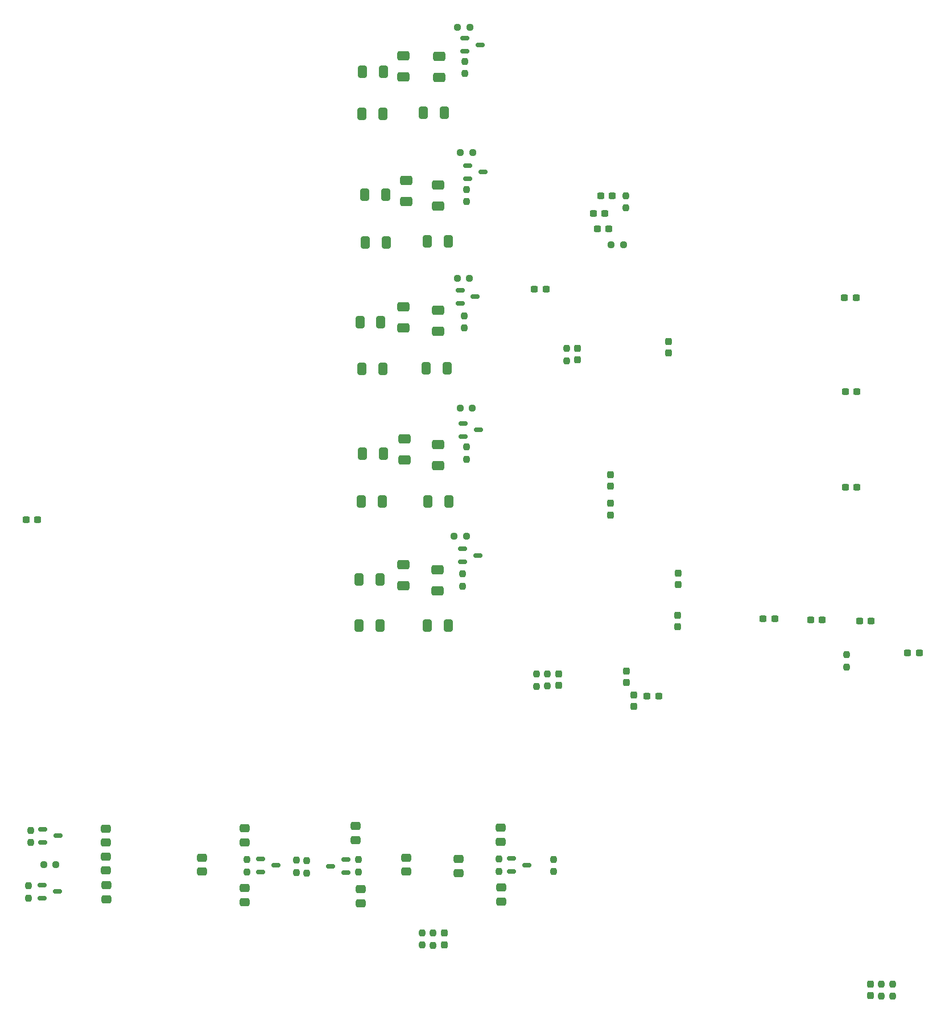
<source format=gbp>
G04 #@! TF.GenerationSoftware,KiCad,Pcbnew,7.0.10*
G04 #@! TF.CreationDate,2025-01-18T09:55:55-08:00*
G04 #@! TF.ProjectId,fieldRadio_1.1,6669656c-6452-4616-9469-6f5f312e312e,rev?*
G04 #@! TF.SameCoordinates,Original*
G04 #@! TF.FileFunction,Paste,Bot*
G04 #@! TF.FilePolarity,Positive*
%FSLAX46Y46*%
G04 Gerber Fmt 4.6, Leading zero omitted, Abs format (unit mm)*
G04 Created by KiCad (PCBNEW 7.0.10) date 2025-01-18 09:55:55*
%MOMM*%
%LPD*%
G01*
G04 APERTURE LIST*
G04 Aperture macros list*
%AMRoundRect*
0 Rectangle with rounded corners*
0 $1 Rounding radius*
0 $2 $3 $4 $5 $6 $7 $8 $9 X,Y pos of 4 corners*
0 Add a 4 corners polygon primitive as box body*
4,1,4,$2,$3,$4,$5,$6,$7,$8,$9,$2,$3,0*
0 Add four circle primitives for the rounded corners*
1,1,$1+$1,$2,$3*
1,1,$1+$1,$4,$5*
1,1,$1+$1,$6,$7*
1,1,$1+$1,$8,$9*
0 Add four rect primitives between the rounded corners*
20,1,$1+$1,$2,$3,$4,$5,0*
20,1,$1+$1,$4,$5,$6,$7,0*
20,1,$1+$1,$6,$7,$8,$9,0*
20,1,$1+$1,$8,$9,$2,$3,0*%
G04 Aperture macros list end*
%ADD10RoundRect,0.250000X0.650000X-0.412500X0.650000X0.412500X-0.650000X0.412500X-0.650000X-0.412500X0*%
%ADD11RoundRect,0.237500X0.237500X-0.250000X0.237500X0.250000X-0.237500X0.250000X-0.237500X-0.250000X0*%
%ADD12RoundRect,0.250000X-0.412500X-0.650000X0.412500X-0.650000X0.412500X0.650000X-0.412500X0.650000X0*%
%ADD13RoundRect,0.237500X-0.300000X-0.237500X0.300000X-0.237500X0.300000X0.237500X-0.300000X0.237500X0*%
%ADD14RoundRect,0.250000X0.475000X-0.337500X0.475000X0.337500X-0.475000X0.337500X-0.475000X-0.337500X0*%
%ADD15RoundRect,0.237500X0.300000X0.237500X-0.300000X0.237500X-0.300000X-0.237500X0.300000X-0.237500X0*%
%ADD16RoundRect,0.237500X0.250000X0.237500X-0.250000X0.237500X-0.250000X-0.237500X0.250000X-0.237500X0*%
%ADD17RoundRect,0.237500X-0.237500X0.250000X-0.237500X-0.250000X0.237500X-0.250000X0.237500X0.250000X0*%
%ADD18RoundRect,0.237500X0.237500X-0.300000X0.237500X0.300000X-0.237500X0.300000X-0.237500X-0.300000X0*%
%ADD19RoundRect,0.150000X-0.512500X-0.150000X0.512500X-0.150000X0.512500X0.150000X-0.512500X0.150000X0*%
%ADD20RoundRect,0.237500X-0.237500X0.300000X-0.237500X-0.300000X0.237500X-0.300000X0.237500X0.300000X0*%
%ADD21RoundRect,0.150000X0.512500X0.150000X-0.512500X0.150000X-0.512500X-0.150000X0.512500X-0.150000X0*%
G04 APERTURE END LIST*
D10*
X143000000Y-157182500D03*
X143000000Y-154057500D03*
D11*
X152400000Y-138372500D03*
X152400000Y-136547500D03*
D12*
X146597500Y-163100000D03*
X149722500Y-163100000D03*
D13*
X218057500Y-167137442D03*
X219782500Y-167137442D03*
D14*
X157550000Y-204145135D03*
X157550000Y-202070135D03*
D15*
X174132500Y-99180000D03*
X172407500Y-99180000D03*
D13*
X208822500Y-128320000D03*
X210547500Y-128320000D03*
D16*
X153332500Y-92710000D03*
X151507500Y-92710000D03*
D11*
X214125000Y-218227500D03*
X214125000Y-216402500D03*
D17*
X176120000Y-99167500D03*
X176120000Y-100992500D03*
D14*
X119425000Y-195345135D03*
X119425000Y-193270135D03*
D12*
X137247500Y-99000000D03*
X140372500Y-99000000D03*
D18*
X173870000Y-142372500D03*
X173870000Y-140647500D03*
D11*
X165350000Y-199695135D03*
X165350000Y-197870135D03*
X147415000Y-210647500D03*
X147415000Y-208822500D03*
X208970000Y-169265000D03*
X208970000Y-167440000D03*
D18*
X176190000Y-171592500D03*
X176190000Y-169867500D03*
D19*
X151952500Y-134950000D03*
X151952500Y-133050000D03*
X154227500Y-134000000D03*
D12*
X136407500Y-163110000D03*
X139532500Y-163110000D03*
D11*
X152420000Y-100062500D03*
X152420000Y-98237500D03*
X152140000Y-81002500D03*
X152140000Y-79177500D03*
D16*
X152932500Y-74125000D03*
X151107500Y-74125000D03*
D18*
X183890000Y-157022500D03*
X183890000Y-155297500D03*
D11*
X164445000Y-172092500D03*
X164445000Y-170267500D03*
D12*
X136917500Y-80750000D03*
X140042500Y-80750000D03*
D10*
X148070000Y-157932500D03*
X148070000Y-154807500D03*
D15*
X181002500Y-173610000D03*
X179277500Y-173610000D03*
D14*
X98775000Y-195395135D03*
X98775000Y-193320135D03*
D18*
X182480000Y-122542500D03*
X182480000Y-120817500D03*
X183850000Y-163292500D03*
X183850000Y-161567500D03*
X166145000Y-172017500D03*
X166145000Y-170292500D03*
D12*
X136557500Y-117940000D03*
X139682500Y-117940000D03*
D14*
X143425000Y-199695135D03*
X143425000Y-197620135D03*
D12*
X136747500Y-144620000D03*
X139872500Y-144620000D03*
D11*
X215800000Y-218252500D03*
X215800000Y-216427500D03*
D16*
X91337500Y-198632635D03*
X89512500Y-198632635D03*
D10*
X148370000Y-81542500D03*
X148370000Y-78417500D03*
D14*
X136700000Y-204395135D03*
X136700000Y-202320135D03*
D15*
X173632500Y-104130000D03*
X171907500Y-104130000D03*
D12*
X146027500Y-86840000D03*
X149152500Y-86840000D03*
D19*
X89362500Y-195332635D03*
X89362500Y-193432635D03*
X91637500Y-194382635D03*
D13*
X210932500Y-162402500D03*
X212657500Y-162402500D03*
D16*
X152402500Y-149775000D03*
X150577500Y-149775000D03*
D12*
X136967500Y-137510000D03*
X140092500Y-137510000D03*
D14*
X157475000Y-195245135D03*
X157475000Y-193170135D03*
D18*
X168930000Y-123592500D03*
X168930000Y-121867500D03*
D13*
X86887500Y-147385000D03*
X88612500Y-147385000D03*
D14*
X113075000Y-199695135D03*
X113075000Y-197620135D03*
D10*
X143230000Y-138432500D03*
X143230000Y-135307500D03*
D16*
X175757500Y-106430000D03*
X173932500Y-106430000D03*
D13*
X196557500Y-162127500D03*
X198282500Y-162127500D03*
D12*
X136827500Y-86960000D03*
X139952500Y-86960000D03*
D19*
X152192500Y-77650000D03*
X152192500Y-75750000D03*
X154467500Y-76700000D03*
D20*
X212510000Y-216447500D03*
X212510000Y-218172500D03*
D12*
X146387500Y-124820000D03*
X149512500Y-124820000D03*
D14*
X151200000Y-199895135D03*
X151200000Y-197820135D03*
D17*
X87575000Y-193570135D03*
X87575000Y-195395135D03*
X162820000Y-170317500D03*
X162820000Y-172142500D03*
D10*
X148170000Y-100687500D03*
X148170000Y-97562500D03*
D15*
X164242500Y-113030000D03*
X162517500Y-113030000D03*
D12*
X136857500Y-124930000D03*
X139982500Y-124930000D03*
D19*
X89262500Y-203632635D03*
X89262500Y-201732635D03*
X91537500Y-202682635D03*
D12*
X146607500Y-105990000D03*
X149732500Y-105990000D03*
D17*
X157250000Y-197820135D03*
X157250000Y-199645135D03*
X87225000Y-201820135D03*
X87225000Y-203645135D03*
D11*
X136350000Y-199745135D03*
X136350000Y-197920135D03*
D19*
X159137500Y-199657635D03*
X159137500Y-197757635D03*
X161412500Y-198707635D03*
D10*
X143060000Y-81512500D03*
X143060000Y-78387500D03*
D11*
X151800000Y-157252500D03*
X151800000Y-155427500D03*
D17*
X119775000Y-197920135D03*
X119775000Y-199745135D03*
D21*
X134437500Y-197932635D03*
X134437500Y-199832635D03*
X132162500Y-198882635D03*
D14*
X98775000Y-199545135D03*
X98775000Y-197470135D03*
D13*
X208822500Y-142520000D03*
X210547500Y-142520000D03*
D14*
X98825000Y-203795135D03*
X98825000Y-201720135D03*
D17*
X145790000Y-208797500D03*
X145790000Y-210622500D03*
D19*
X151832500Y-153610000D03*
X151832500Y-151710000D03*
X154107500Y-152660000D03*
D10*
X148200000Y-119302500D03*
X148200000Y-116177500D03*
D14*
X135925000Y-194995135D03*
X135925000Y-192920135D03*
D11*
X128675000Y-199920135D03*
X128675000Y-198095135D03*
D19*
X151462500Y-115140000D03*
X151462500Y-113240000D03*
X153737500Y-114190000D03*
X121812500Y-199732635D03*
X121812500Y-197832635D03*
X124087500Y-198782635D03*
D12*
X136407500Y-156220000D03*
X139532500Y-156220000D03*
D20*
X177320000Y-173397500D03*
X177320000Y-175122500D03*
D14*
X119375000Y-204245135D03*
X119375000Y-202170135D03*
D11*
X127100000Y-199845135D03*
X127100000Y-198020135D03*
D10*
X148220000Y-139337500D03*
X148220000Y-136212500D03*
D13*
X208672500Y-114320000D03*
X210397500Y-114320000D03*
X171317500Y-101810000D03*
X173042500Y-101810000D03*
D10*
X143000000Y-118792500D03*
X143000000Y-115667500D03*
D16*
X153312500Y-130730000D03*
X151487500Y-130730000D03*
D19*
X152602500Y-96600000D03*
X152602500Y-94700000D03*
X154877500Y-95650000D03*
D20*
X173870000Y-144922500D03*
X173870000Y-146647500D03*
D17*
X167330000Y-121877500D03*
X167330000Y-123702500D03*
D11*
X152060000Y-118852500D03*
X152060000Y-117027500D03*
D12*
X146647500Y-144630000D03*
X149772500Y-144630000D03*
D13*
X203657500Y-162277500D03*
X205382500Y-162277500D03*
D12*
X137327500Y-106110000D03*
X140452500Y-106110000D03*
D16*
X152872500Y-111440000D03*
X151047500Y-111440000D03*
D20*
X149090000Y-208847500D03*
X149090000Y-210572500D03*
D10*
X143420000Y-99982500D03*
X143420000Y-96857500D03*
M02*

</source>
